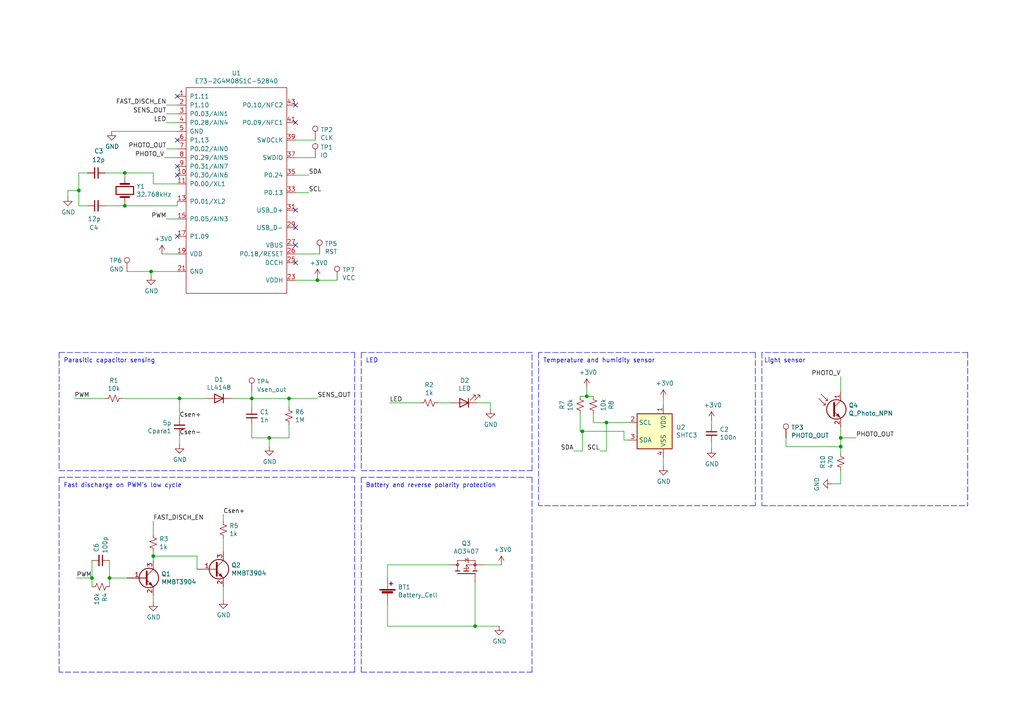
<source format=kicad_sch>
(kicad_sch (version 20211123) (generator eeschema)
  (paper "A4")
  (title_block (title "b-parasite") (date "2021-09-12") (rev "1.2.0") (comment 1 "rbaron.net"))
  (lib_symbols
    (symbol "AO3407A:AO3407A" (pin_numbers hide) (pin_names (offset 1.016) hide)
      (property "Reference" "Q" (at -8.636 5.08 0))
      (property "Value" "AO3407A" (at -8.89 -6.35 0))
      (symbol "AO3407A_0_0"
        (polyline (pts (xy 0 -2.54) (xy 0 2.54)) (stroke (width 0.254)))
        (polyline (pts (xy 0.762 -3.175) (xy 0.762 -2.54)) (stroke (width 0.254)))
        (polyline (pts (xy 0.762 -2.54) (xy 0.762 -1.905)) (stroke (width 0.254)))
        (polyline (pts (xy 0.762 -2.54) (xy 3.81 -2.54)) (stroke (width 0.1524)))
        (polyline (pts (xy 0.762 -0.762) (xy 0.762 0)) (stroke (width 0.254)))
        (polyline (pts (xy 0.762 0) (xy 0.762 0.762)) (stroke (width 0.254)))
        (polyline (pts (xy 0.762 0) (xy 2.54 0)) (stroke (width 0.1524)))
        (polyline (pts (xy 0.762 1.905) (xy 0.762 2.54)) (stroke (width 0.254)))
        (polyline (pts (xy 0.762 2.54) (xy 0.762 3.175)) (stroke (width 0.254)))
        (polyline (pts (xy 2.54 0) (xy 2.54 2.54)) (stroke (width 0.1524)))
        (polyline (pts (xy 2.54 2.54) (xy 0.762 2.54)) (stroke (width 0.1524)))
        (polyline (pts (xy 2.54 2.54) (xy 3.81 2.54)) (stroke (width 0.1524)))
        (polyline (pts (xy 3.048 0.762) (xy 3.302 0.508)) (stroke (width 0.1524)))
        (polyline (pts (xy 3.302 0.508) (xy 3.81 0.508)) (stroke (width 0.1524)))
        (polyline (pts (xy 3.81 -2.54) (xy 3.81 0.508)) (stroke (width 0.1524)))
        (polyline (pts (xy 3.81 0.508) (xy 3.81 2.54)) (stroke (width 0.1524)))
        (polyline (pts (xy 3.81 0.508) (xy 4.318 0.508)) (stroke (width 0.1524)))
        (polyline (pts (xy 4.318 0.508) (xy 4.572 0.254)) (stroke (width 0.1524)))
        (polyline (pts (xy 2.54 0) (xy 1.524 0.762) (xy 1.524 -0.762)) (stroke (width 0.1524)) (fill (type background)))
        (polyline (pts (xy 3.81 0.508) (xy 4.318 -0.254) (xy 3.302 -0.254)) (stroke (width 0.1524)) (fill (type background)))
        (circle (center 2.54 -2.54) (radius 0.3556))
        (circle (center 2.54 2.54) (radius 0.3556))
        (pin passive line (at -2.54 2.54 0) (length 2.54) (name "~") (number "1"))
        (pin passive line (at 2.54 5.08 270) (length 2.54) (name "~") (number "2"))
        (pin passive line (at 2.54 -5.08 90) (length 2.54) (name "~") (number "3"))
      )
    )
    (symbol "Connector:TestPoint" (pin_numbers hide) (pin_names (offset 0.762) hide)
      (property "Reference" "TP" (at 0 6.858 0))
      (property "Value" "TestPoint" (at 0 5.08 0))
      (symbol "TestPoint_0_1"
        (circle (center 0 3.302) (radius 0.762))
      )
      (symbol "TestPoint_1_1"
        (pin passive line (at 0 0 90) (length 2.54) (name "1") (number "1"))
      )
    )
    (symbol "Device:Battery_Cell" (pin_numbers hide) (pin_names (offset 0) hide)
      (property "Reference" "BT" (at 2.54 2.54 0))
      (property "Value" "Battery_Cell" (at 2.54 0 0))
      (symbol "Battery_Cell_0_1"
        (rectangle (start -2.286 1.778) (end 2.286 1.524) (fill (type outline)))
        (rectangle (start -1.5748 1.1938) (end 1.4732 0.6858) (fill (type outline)))
        (polyline (pts (xy 0 0.762) (xy 0 0)))
        (polyline (pts (xy 0 1.778) (xy 0 2.54)))
        (polyline (pts (xy 0.508 3.429) (xy 1.524 3.429)) (stroke (width 0.254)))
        (polyline (pts (xy 1.016 3.937) (xy 1.016 2.921)) (stroke (width 0.254)))
      )
      (symbol "Battery_Cell_1_1"
        (pin passive line (at 0 5.08 270) (length 2.54) (name "+") (number "1"))
        (pin passive line (at 0 -2.54 90) (length 2.54) (name "-") (number "2"))
      )
    )
    (symbol "Device:C_Small" (pin_numbers hide) (pin_names (offset 0.254) hide)
      (property "Reference" "C" (at 0.254 1.778 0))
      (property "Value" "C_Small" (at 0.254 -2.032 0))
      (symbol "C_Small_0_1"
        (polyline (pts (xy -1.524 -0.508) (xy 1.524 -0.508)) (stroke (width 0.3302)))
        (polyline (pts (xy -1.524 0.508) (xy 1.524 0.508)) (stroke (width 0.3048)))
      )
      (symbol "C_Small_1_1"
        (pin passive line (at 0 2.54 270) (length 2.032) (name "~") (number "1"))
        (pin passive line (at 0 -2.54 90) (length 2.032) (name "~") (number "2"))
      )
    )
    (symbol "Device:Crystal" (pin_numbers hide) (pin_names (offset 1.016) hide)
      (property "Reference" "Y" (at 0 3.81 0))
      (property "Value" "Crystal" (at 0 -3.81 0))
      (symbol "Crystal_0_1"
        (rectangle (start -1.143 2.54) (end 1.143 -2.54) (stroke (width 0.3048)))
        (polyline (pts (xy -2.54 0) (xy -1.905 0)))
        (polyline (pts (xy -1.905 -1.27) (xy -1.905 1.27)) (stroke (width 0.508)))
        (polyline (pts (xy 1.905 -1.27) (xy 1.905 1.27)) (stroke (width 0.508)))
        (polyline (pts (xy 2.54 0) (xy 1.905 0)))
      )
      (symbol "Crystal_1_1"
        (pin passive line (at -3.81 0 0) (length 1.27) (name "1") (number "1"))
        (pin passive line (at 3.81 0 180) (length 1.27) (name "2") (number "2"))
      )
    )
    (symbol "Device:LED" (pin_numbers hide) (pin_names (offset 1.016) hide)
      (property "Reference" "D" (at 0 2.54 0))
      (property "Value" "LED" (at 0 -2.54 0))
      (symbol "LED_0_1"
        (polyline (pts (xy -1.27 -1.27) (xy -1.27 1.27)) (stroke (width 0.254)))
        (polyline (pts (xy -1.27 0) (xy 1.27 0)))
        (polyline (pts (xy 1.27 -1.27) (xy 1.27 1.27) (xy -1.27 0) (xy 1.27 -1.27)) (stroke (width 0.254)))
        (polyline (pts (xy -3.048 -0.762) (xy -4.572 -2.286) (xy -3.81 -2.286) (xy -4.572 -2.286) (xy -4.572 -1.524)))
        (polyline (pts (xy -1.778 -0.762) (xy -3.302 -2.286) (xy -2.54 -2.286) (xy -3.302 -2.286) (xy -3.302 -1.524)))
      )
      (symbol "LED_1_1"
        (pin passive line (at -3.81 0 0) (length 2.54) (name "K") (number "1"))
        (pin passive line (at 3.81 0 180) (length 2.54) (name "A") (number "2"))
      )
    )
    (symbol "Device:Q_Photo_NPN" (pin_names (offset 0) hide)
      (property "Reference" "Q" (at 5.08 1.27 0))
      (property "Value" "Q_Photo_NPN" (at 5.08 -1.27 0))
      (symbol "Q_Photo_NPN_0_1"
        (polyline (pts (xy -1.905 1.27) (xy -2.54 1.27)))
        (polyline (pts (xy -1.27 2.54) (xy -1.905 2.54)))
        (polyline (pts (xy 0.635 0.635) (xy 2.54 2.54)))
        (polyline (pts (xy -3.81 3.175) (xy -1.905 1.27) (xy -1.905 1.905)))
        (polyline (pts (xy -3.175 4.445) (xy -1.27 2.54) (xy -1.27 3.175)))
        (polyline (pts (xy 0.635 -0.635) (xy 2.54 -2.54) (xy 2.54 -2.54)))
        (polyline (pts (xy 0.635 1.905) (xy 0.635 -1.905) (xy 0.635 -1.905)) (stroke (width 0.508)))
        (polyline (pts (xy 1.27 -1.778) (xy 1.778 -1.27) (xy 2.286 -2.286) (xy 1.27 -1.778) (xy 1.27 -1.778)) (fill (type outline)))
        (circle (center 1.27 0) (radius 2.8194) (stroke (width 0.254)))
      )
      (symbol "Q_Photo_NPN_1_1"
        (pin passive line (at 2.54 5.08 270) (length 2.54) (name "C") (number "1"))
        (pin passive line (at 2.54 -5.08 90) (length 2.54) (name "E") (number "2"))
      )
    )
    (symbol "Device:R_Small_US" (pin_numbers hide) (pin_names (offset 0.254) hide)
      (property "Reference" "R" (at 0.762 0.508 0))
      (property "Value" "R_Small_US" (at 0.762 -1.016 0))
      (symbol "R_Small_US_1_1"
        (polyline (pts (xy 0 0) (xy 1.016 -0.381) (xy 0 -0.762) (xy -1.016 -1.143) (xy 0 -1.524)))
        (polyline (pts (xy 0 1.524) (xy 1.016 1.143) (xy 0 0.762) (xy -1.016 0.381) (xy 0 0)))
        (pin passive line (at 0 2.54 270) (length 1.016) (name "~") (number "1"))
        (pin passive line (at 0 -2.54 90) (length 1.016) (name "~") (number "2"))
      )
    )
    (symbol "Diode:LL4148" (pin_numbers hide) (pin_names (offset 1.016) hide)
      (property "Reference" "D" (at 0 2.54 0))
      (property "Value" "LL4148" (at 0 -2.54 0))
      (symbol "LL4148_0_1"
        (polyline (pts (xy -1.27 1.27) (xy -1.27 -1.27)) (stroke (width 0.254)))
        (polyline (pts (xy 1.27 0) (xy -1.27 0)))
        (polyline (pts (xy 1.27 1.27) (xy 1.27 -1.27) (xy -1.27 0) (xy 1.27 1.27)) (stroke (width 0.254)))
      )
      (symbol "LL4148_1_1"
        (pin passive line (at -3.81 0 0) (length 2.54) (name "K") (number "1"))
        (pin passive line (at 3.81 0 180) (length 2.54) (name "A") (number "2"))
      )
    )
    (symbol "Sensor_Humidity:SHTC3"
      (property "Reference" "U" (at -3.81 6.35 0))
      (property "Value" "SHTC3" (at -2.54 -6.35 0))
      (symbol "SHTC3_1_1"
        (rectangle (start -5.08 5.08) (end 5.08 -5.08) (stroke (width 0.254)) (fill (type background)))
        (pin power_in line (at 2.54 7.62 270) (length 2.54) (name "VDD") (number "1"))
        (pin input line (at -7.62 2.54 0) (length 2.54) (name "SCL") (number "2"))
        (pin bidirectional line (at -7.62 -2.54 0) (length 2.54) (name "SDA") (number "3"))
        (pin power_in line (at 2.54 -7.62 90) (length 2.54) (name "VSS") (number "4"))
        (pin no_connect line (at 5.08 0 180) (length 2.54) hide (name "NC") (number "5"))
      )
    )
    (symbol "Transistor_BJT:MMBT3904" (pin_names (offset 0) hide)
      (property "Reference" "Q" (at 5.08 1.905 0))
      (property "Value" "MMBT3904" (at 5.08 0 0))
      (symbol "MMBT3904_0_1"
        (polyline (pts (xy 0.635 0.635) (xy 2.54 2.54)))
        (polyline (pts (xy 0.635 -0.635) (xy 2.54 -2.54) (xy 2.54 -2.54)))
        (polyline (pts (xy 0.635 1.905) (xy 0.635 -1.905) (xy 0.635 -1.905)) (stroke (width 0.508)))
        (polyline (pts (xy 1.27 -1.778) (xy 1.778 -1.27) (xy 2.286 -2.286) (xy 1.27 -1.778) (xy 1.27 -1.778)) (fill (type outline)))
        (circle (center 1.27 0) (radius 2.8194) (stroke (width 0.254)))
      )
      (symbol "MMBT3904_1_1"
        (pin input line (at -5.08 0 0) (length 5.715) (name "B") (number "1"))
        (pin passive line (at 2.54 -5.08 90) (length 2.54) (name "E") (number "2"))
        (pin passive line (at 2.54 5.08 270) (length 2.54) (name "C") (number "3"))
      )
    )
    (symbol "nrfmicro:E73-2G4M08S1C-52840" (pin_names (offset 1.016))
      (property "Reference" "U" (at 0 29.21 0))
      (property "Value" "E73-2G4M08S1C-52840" (at 0 -27.94 0))
      (symbol "E73-2G4M08S1C-52840_0_1"
        (rectangle (start -15.24 30.48) (end 13.97 -29.21))
      )
      (symbol "E73-2G4M08S1C-52840_1_1"
        (pin input line (at -17.78 27.94 0) (length 2.54) (name "P1.11") (number "1"))
        (pin input line (at -17.78 5.08 0) (length 2.54) (name "P0.30/AIN6") (number "10"))
        (pin input line (at -17.78 2.54 0) (length 2.54) (name "P0.00/XL1") (number "11"))
        (pin input line (at -17.78 -2.54 0) (length 2.54) (name "P0.01/XL2") (number "13"))
        (pin input line (at -17.78 -7.62 0) (length 2.54) (name "P0.05/AIN3") (number "15"))
        (pin input line (at -17.78 -12.7 0) (length 2.54) (name "P1.09") (number "17"))
        (pin power_in line (at -17.78 -17.78 0) (length 2.54) (name "VDD") (number "19"))
        (pin input line (at -17.78 25.4 0) (length 2.54) (name "P1.10") (number "2"))
        (pin power_in line (at -17.78 -22.86 0) (length 2.54) (name "GND") (number "21"))
        (pin power_in line (at 16.51 -25.4 180) (length 2.54) (name "VDDH") (number "23"))
        (pin power_out line (at 16.51 -20.32 180) (length 2.54) (name "DCCH") (number "25"))
        (pin input line (at 16.51 -17.78 180) (length 2.54) (name "P0.18/RESET") (number "26"))
        (pin power_in line (at 16.51 -15.24 180) (length 2.54) (name "VBUS") (number "27"))
        (pin input line (at 16.51 -10.16 180) (length 2.54) (name "USB_D-") (number "29"))
        (pin input line (at -17.78 22.86 0) (length 2.54) (name "P0.03/AIN1") (number "3"))
        (pin input line (at 16.51 -5.08 180) (length 2.54) (name "USB_D+") (number "31"))
        (pin input line (at 16.51 0 180) (length 2.54) (name "P0.13") (number "33"))
        (pin input line (at 16.51 5.08 180) (length 2.54) (name "P0.24") (number "35"))
        (pin input line (at 16.51 10.16 180) (length 2.54) (name "SWDIO") (number "37"))
        (pin input line (at 16.51 15.24 180) (length 2.54) (name "SWDCLK") (number "39"))
        (pin input line (at -17.78 20.32 0) (length 2.54) (name "P0.28/AIN4") (number "4"))
        (pin input line (at 16.51 20.32 180) (length 2.54) (name "P0.09/NFC1") (number "41"))
        (pin input line (at 16.51 25.4 180) (length 2.54) (name "P0.10/NFC2") (number "43"))
        (pin power_in line (at -17.78 17.78 0) (length 2.54) (name "GND") (number "5"))
        (pin input line (at -17.78 15.24 0) (length 2.54) (name "P1.13") (number "6"))
        (pin input line (at -17.78 12.7 0) (length 2.54) (name "P0.02/AIN0") (number "7"))
        (pin input line (at -17.78 10.16 0) (length 2.54) (name "P0.29/AIN5") (number "8"))
        (pin input line (at -17.78 7.62 0) (length 2.54) (name "P0.31/AIN7") (number "9"))
      )
    )
    (symbol "power:+3V0" (power) (pin_names (offset 0))
      (property "Value" "+3V0" (at 0 3.556 0))
      (symbol "+3V0_0_1"
        (polyline (pts (xy -0.762 1.27) (xy 0 2.54)))
        (polyline (pts (xy 0 0) (xy 0 2.54)))
        (polyline (pts (xy 0 2.54) (xy 0.762 1.27)))
      )
      (symbol "+3V0_1_1"
        (pin power_in line (at 0 0 90) (length 0) hide (name "+3V0") (number "1"))
      )
    )
    (symbol "power:GND" (power) (pin_names (offset 0))
      (property "Value" "GND" (at 0 -3.81 0))
      (symbol "GND_0_1"
        (polyline (pts (xy 0 0) (xy 0 -1.27) (xy 1.27 -1.27) (xy 0 -2.54) (xy -1.27 -1.27) (xy 0 -1.27)))
      )
      (symbol "GND_1_1"
        (pin power_in line (at 0 0 270) (length 0) hide (name "GND") (number "1"))
      )
    )
  )
  (junction (at 36.195 59.69))
  (junction (at 137.795 181.61))
  (junction (at 26.67 167.64))
  (junction (at 83.82 115.57))
  (junction (at 92.075 81.28))
  (junction (at 170.18 114.935))
  (junction (at 52.07 115.57))
  (junction (at 73.025 115.57))
  (junction (at 31.75 167.64))
  (junction (at 168.91 125.095))
  (junction (at 44.45 161.29))
  (junction (at 43.815 78.74))
  (junction (at 36.195 50.165))
  (junction (at 243.84 129.54))
  (junction (at 22.86 55.245))
  (junction (at 175.895 122.555))
  (junction (at 78.105 127))
  (junction (at 243.84 127))
  (no_connect (at 85.725 35.56))
  (no_connect (at 51.435 40.64))
  (no_connect (at 51.435 48.26))
  (no_connect (at 51.435 27.94))
  (no_connect (at 51.435 50.8))
  (no_connect (at 85.725 30.48))
  (no_connect (at 85.725 66.04))
  (no_connect (at 51.435 68.58))
  (no_connect (at 85.725 71.12))
  (no_connect (at 85.725 76.2))
  (no_connect (at 85.725 60.96))
  (wire (pts (xy 48.26 63.5) (xy 51.435 63.5)))
  (polyline (pts (xy 104.775 138.43) (xy 104.775 194.945)))
  (wire (pts (xy 89.535 50.8) (xy 85.725 50.8)))
  (wire (pts (xy 73.025 118.11) (xy 73.025 115.57)))
  (wire (pts (xy 36.195 59.69) (xy 51.435 59.69)))
  (polyline (pts (xy 17.145 102.235) (xy 102.87 102.235)))
  (wire (pts (xy 44.45 161.29) (xy 57.15 161.29)))
  (polyline (pts (xy 102.87 194.945) (xy 17.145 194.945)))
  (wire (pts (xy 140.335 163.83) (xy 145.415 163.83)))
  (wire (pts (xy 168.275 125.095) (xy 168.275 120.015)))
  (wire (pts (xy 44.45 161.29) (xy 44.45 162.56)))
  (polyline (pts (xy 219.075 102.235) (xy 156.21 102.235)))
  (wire (pts (xy 22.86 55.245) (xy 19.685 55.245)))
  (wire (pts (xy 92.075 80.645) (xy 92.075 81.28)))
  (wire (pts (xy 172.085 122.555) (xy 172.085 120.015)))
  (polyline (pts (xy 102.87 138.43) (xy 102.87 194.945)))
  (wire (pts (xy 168.275 114.935) (xy 170.18 114.935)))
  (wire (pts (xy 85.725 55.88) (xy 89.535 55.88)))
  (wire (pts (xy 48.26 30.48) (xy 51.435 30.48)))
  (polyline (pts (xy 219.075 102.235) (xy 219.075 146.685)))
  (wire (pts (xy 243.84 123.825) (xy 243.84 127)))
  (polyline (pts (xy 154.305 194.945) (xy 154.305 138.43)))
  (wire (pts (xy 44.45 151.13) (xy 44.45 154.94)))
  (polyline (pts (xy 154.305 136.525) (xy 154.305 102.235)))
  (wire (pts (xy 85.725 40.64) (xy 91.44 40.64)))
  (wire (pts (xy 31.75 170.18) (xy 31.75 167.64)))
  (wire (pts (xy 35.56 115.57) (xy 52.07 115.57)))
  (wire (pts (xy 52.07 115.57) (xy 59.69 115.57)))
  (wire (pts (xy 32.385 38.1) (xy 51.435 38.1)))
  (wire (pts (xy 112.395 163.83) (xy 130.175 163.83)))
  (wire (pts (xy 192.405 115.57) (xy 192.405 117.475)))
  (wire (pts (xy 73.025 113.665) (xy 73.025 115.57)))
  (wire (pts (xy 170.18 114.935) (xy 170.18 112.395)))
  (wire (pts (xy 113.03 116.84) (xy 121.92 116.84)))
  (wire (pts (xy 170.18 114.935) (xy 172.085 114.935)))
  (wire (pts (xy 243.84 109.22) (xy 243.84 113.665)))
  (wire (pts (xy 168.91 130.81) (xy 168.91 125.095)))
  (wire (pts (xy 73.025 123.19) (xy 73.025 127)))
  (polyline (pts (xy 17.145 102.235) (xy 17.145 136.525)))
  (wire (pts (xy 168.91 125.095) (xy 168.275 125.095)))
  (wire (pts (xy 112.395 167.64) (xy 112.395 163.83)))
  (wire (pts (xy 51.435 59.69) (xy 51.435 58.42)))
  (wire (pts (xy 52.07 115.57) (xy 52.07 121.285)))
  (wire (pts (xy 78.105 127) (xy 73.025 127)))
  (wire (pts (xy 36.195 59.055) (xy 36.195 59.69)))
  (wire (pts (xy 46.99 73.66) (xy 51.435 73.66)))
  (wire (pts (xy 36.83 167.64) (xy 31.75 167.64)))
  (wire (pts (xy 192.405 132.715) (xy 192.405 135.255)))
  (wire (pts (xy 51.435 43.18) (xy 48.26 43.18)))
  (wire (pts (xy 248.285 127) (xy 243.84 127)))
  (wire (pts (xy 127 116.84) (xy 130.81 116.84)))
  (polyline (pts (xy 17.145 194.945) (xy 17.145 138.43)))
  (wire (pts (xy 36.83 78.74) (xy 43.815 78.74)))
  (wire (pts (xy 22.86 50.165) (xy 22.86 55.245)))
  (wire (pts (xy 26.67 162.56) (xy 26.67 167.64)))
  (wire (pts (xy 175.895 122.555) (xy 182.245 122.555)))
  (wire (pts (xy 31.75 162.56) (xy 31.75 167.64)))
  (wire (pts (xy 64.77 160.02) (xy 64.77 156.21)))
  (wire (pts (xy 85.725 45.72) (xy 91.44 45.72)))
  (wire (pts (xy 137.795 181.61) (xy 144.78 181.61)))
  (wire (pts (xy 51.435 53.34) (xy 44.45 53.34)))
  (wire (pts (xy 83.82 115.57) (xy 83.82 118.11)))
  (wire (pts (xy 64.77 149.225) (xy 64.77 151.13)))
  (wire (pts (xy 44.45 50.165) (xy 36.195 50.165)))
  (wire (pts (xy 36.195 50.165) (xy 36.195 51.435)))
  (wire (pts (xy 21.59 115.57) (xy 30.48 115.57)))
  (wire (pts (xy 22.86 55.245) (xy 22.86 59.69)))
  (wire (pts (xy 47.625 45.72) (xy 51.435 45.72)))
  (wire (pts (xy 180.975 125.095) (xy 168.91 125.095)))
  (wire (pts (xy 83.82 115.57) (xy 92.075 115.57)))
  (polyline (pts (xy 280.67 102.235) (xy 220.98 102.235)))
  (wire (pts (xy 137.795 181.61) (xy 137.795 168.91)))
  (polyline (pts (xy 220.98 146.685) (xy 280.67 146.685)))
  (wire (pts (xy 180.975 125.095) (xy 180.975 127.635)))
  (wire (pts (xy 83.82 127) (xy 78.105 127)))
  (wire (pts (xy 78.105 127) (xy 78.105 129.54)))
  (polyline (pts (xy 154.305 138.43) (xy 104.775 138.43)))
  (wire (pts (xy 30.48 50.165) (xy 36.195 50.165)))
  (wire (pts (xy 206.375 123.19) (xy 206.375 121.92)))
  (polyline (pts (xy 104.775 136.525) (xy 154.305 136.525)))
  (wire (pts (xy 26.67 167.64) (xy 22.225 167.64)))
  (wire (pts (xy 51.435 78.74) (xy 43.815 78.74)))
  (polyline (pts (xy 104.775 194.945) (xy 154.305 194.945)))
  (polyline (pts (xy 17.145 136.525) (xy 102.87 136.525)))
  (polyline (pts (xy 102.87 102.235) (xy 102.87 136.525)))
  (wire (pts (xy 241.3 140.335) (xy 243.84 140.335)))
  (wire (pts (xy 243.84 136.525) (xy 243.84 140.335)))
  (polyline (pts (xy 104.775 102.235) (xy 104.775 136.525)))
  (wire (pts (xy 48.26 33.02) (xy 51.435 33.02)))
  (wire (pts (xy 30.48 59.69) (xy 36.195 59.69)))
  (wire (pts (xy 168.91 130.81) (xy 166.37 130.81)))
  (polyline (pts (xy 17.145 138.43) (xy 102.87 138.43)))
  (wire (pts (xy 57.15 161.29) (xy 57.15 165.1)))
  (wire (pts (xy 22.86 59.69) (xy 25.4 59.69)))
  (wire (pts (xy 172.085 122.555) (xy 175.895 122.555)))
  (wire (pts (xy 138.43 116.84) (xy 142.24 116.84)))
  (polyline (pts (xy 219.075 146.685) (xy 156.21 146.685)))
  (wire (pts (xy 44.45 160.02) (xy 44.45 161.29)))
  (wire (pts (xy 92.075 81.28) (xy 97.79 81.28)))
  (wire (pts (xy 26.67 167.64) (xy 26.67 170.18)))
  (polyline (pts (xy 156.21 102.235) (xy 156.21 146.685)))
  (wire (pts (xy 85.725 73.66) (xy 92.71 73.66)))
  (wire (pts (xy 227.965 129.54) (xy 227.965 127)))
  (wire (pts (xy 85.725 81.28) (xy 92.075 81.28)))
  (wire (pts (xy 83.82 127) (xy 83.82 123.19)))
  (wire (pts (xy 243.84 127) (xy 243.84 129.54)))
  (wire (pts (xy 64.77 170.18) (xy 64.77 173.99)))
  (wire (pts (xy 43.815 78.74) (xy 43.815 80.01)))
  (wire (pts (xy 243.84 129.54) (xy 243.84 131.445)))
  (wire (pts (xy 173.99 130.81) (xy 175.895 130.81)))
  (wire (pts (xy 44.45 172.72) (xy 44.45 174.625)))
  (wire (pts (xy 19.685 55.245) (xy 19.685 57.15)))
  (wire (pts (xy 44.45 53.34) (xy 44.45 50.165)))
  (wire (pts (xy 175.895 130.81) (xy 175.895 122.555)))
  (polyline (pts (xy 280.67 102.235) (xy 280.67 146.685)))
  (wire (pts (xy 180.975 127.635) (xy 182.245 127.635)))
  (wire (pts (xy 73.025 115.57) (xy 83.82 115.57)))
  (polyline (pts (xy 220.98 102.235) (xy 220.98 146.685)))
  (polyline (pts (xy 154.305 102.235) (xy 104.775 102.235)))
  (wire (pts (xy 227.965 129.54) (xy 243.84 129.54)))
  (wire (pts (xy 52.07 126.365) (xy 52.07 128.905)))
  (wire (pts (xy 206.375 128.27) (xy 206.375 130.175)))
  (wire (pts (xy 142.24 116.84) (xy 142.24 118.745)))
  (wire (pts (xy 67.31 115.57) (xy 73.025 115.57)))
  (wire (pts (xy 25.4 50.165) (xy 22.86 50.165)))
  (wire (pts (xy 48.26 35.56) (xy 51.435 35.56)))
  (wire (pts (xy 112.395 175.26) (xy 112.395 181.61)))
  (wire (pts (xy 112.395 181.61) (xy 137.795 181.61)))
  (text "Battery and reverse polarity protection" (at 106.045 141.605 0) (effects (font (size 1.27 1.27)) (justify left bottom)))
  (text "LED" (at 106.045 105.41 0) (effects (font (size 1.27 1.27)) (justify left bottom)))
  (text "Temperature and humidity sensor" (at 157.48 105.41 0) (effects (font (size 1.27 1.27)) (justify left bottom)))
  (text "Fast discharge on PWM’s low cycle" (at 18.415 141.605 0) (effects (font (size 1.27 1.27)) (justify left bottom)))
  (text "Light sensor" (at 221.615 105.41 0) (effects (font (size 1.27 1.27)) (justify left bottom)))
  (text "Parasitic capacitor sensing" (at 18.415 105.41 0) (effects (font (size 1.27 1.27)) (justify left bottom)))
  (label "PWM" (at 48.26 63.5 180))
  (label "SCL" (at 89.535 55.88 0))
  (label "SDA" (at 89.535 50.8 0))
  (label "LED" (at 48.26 35.56 180))
  (label "PWM" (at 21.59 115.57 0))
  (label "SENS_OUT" (at 48.26 33.02 180))
  (label "Csen+" (at 64.77 149.225 0))
  (label "Csen+" (at 52.07 121.285 0))
  (label "SDA" (at 166.37 130.81 180))
  (label "PHOTO_OUT" (at 248.285 127 0))
  (label "FAST_DISCH_EN" (at 48.26 30.48 180))
  (label "SCL" (at 173.99 130.81 180))
  (label "PHOTO_OUT" (at 48.26 43.18 180))
  (label "SENS_OUT" (at 92.075 115.57 0))
  (label "PHOTO_V" (at 243.84 109.22 180))
  (label "FAST_DISCH_EN" (at 44.45 151.13 0))
  (label "PHOTO_V" (at 47.625 45.72 180))
  (label "LED" (at 113.03 116.84 0))
  (label "Csen-" (at 52.07 126.365 0))
  (label "PWM" (at 22.225 167.64 0))
  (symbol (lib_id "Device:C_Small") (at 29.21 162.56 270) (unit 1)
    (property "Reference" "C6" (at 27.94 157.48 0) (effects (justify left)))
    (property "Value" "100p" (at 30.48 155.575 0) (effects (justify left)))
    (property "Footprint" "Capacitor_SMD:C_0603_1608Metric_Pad1.08x0.95mm_HandSolder" (effects hide))
    (property "LCSC" "C1546" (effects hide))
  )
  (symbol (lib_id "Device:R_Small_US") (at 33.02 115.57 90) (unit 1)
    (property "Reference" "R1" (at 33.02 110.363 90))
    (property "Value" "10k" (at 33.02 112.6744 90))
    (property "Footprint" "Resistor_SMD:R_0603_1608Metric_Pad0.98x0.95mm_HandSolder" (effects hide))
    (property "LCSC" "C25744" (effects hide))
  )
  (symbol (lib_id "power:GND") (at 52.07 128.905 0) (unit 1)
    (property "Reference" "#PWR0110" (effects hide))
    (property "Value" "GND" (at 52.197 133.2992 0))
  )
  (symbol (lib_id "Diode:LL4148") (at 63.5 115.57 180) (unit 1)
    (property "Reference" "D1" (at 63.5 110.0836 0))
    (property "Value" "LL4148" (at 63.5 112.395 0))
    (property "Footprint" "Diode_SMD:D_MiniMELF" (effects hide))
    (property "Datasheet" "http://www.vishay.com/docs/85557/ll4148.pdf" (effects hide))
    (property "LCSC" "C9808" (effects hide))
  )
  (symbol (lib_id "Device:C_Small") (at 73.025 120.65 0) (unit 1)
    (property "Reference" "C1" (at 75.3618 119.4816 0) (effects (justify left)))
    (property "Value" "1n" (at 75.3618 121.793 0) (effects (justify left)))
    (property "Footprint" "Capacitor_SMD:C_0603_1608Metric_Pad1.08x0.95mm_HandSolder" (effects hide))
    (property "LCSC" "C1523" (effects hide))
  )
  (symbol (lib_id "Device:R_Small_US") (at 83.82 120.65 0) (unit 1)
    (property "Reference" "R6" (at 85.5472 119.4816 0) (effects (justify left)))
    (property "Value" "1M" (at 85.5472 121.793 0) (effects (justify left)))
    (property "Footprint" "Resistor_SMD:R_0603_1608Metric_Pad0.98x0.95mm_HandSolder" (effects hide))
    (property "LCSC" "C26083" (effects hide))
  )
  (symbol (lib_id "power:GND") (at 78.105 129.54 0) (unit 1)
    (property "Reference" "#PWR0111" (effects hide))
    (property "Value" "GND" (at 78.232 133.9342 0))
  )
  (symbol (lib_id "Device:R_Small_US") (at 29.21 170.18 270) (unit 1)
    (property "Reference" "R4" (at 30.3784 171.9072 0) (effects (justify left)))
    (property "Value" "10k" (at 28.067 171.9072 0) (effects (justify left)))
    (property "Footprint" "Resistor_SMD:R_0603_1608Metric_Pad0.98x0.95mm_HandSolder" (effects hide))
    (property "LCSC" "C25744" (effects hide))
  )
  (symbol (lib_id "power:GND") (at 44.45 174.625 0) (unit 1)
    (property "Reference" "#PWR0114" (effects hide))
    (property "Value" "GND" (at 44.577 179.0192 0))
  )
  (symbol (lib_id "Device:R_Small_US") (at 44.45 157.48 0) (unit 1)
    (property "Reference" "R3" (at 46.1772 156.3116 0) (effects (justify left)))
    (property "Value" "1k" (at 46.1772 158.623 0) (effects (justify left)))
    (property "Footprint" "Resistor_SMD:R_0603_1608Metric_Pad0.98x0.95mm_HandSolder" (effects hide))
    (property "LCSC" "C11702" (effects hide))
  )
  (symbol (lib_id "Device:R_Small_US") (at 64.77 153.67 0) (unit 1)
    (property "Reference" "R5" (at 66.4972 152.5016 0) (effects (justify left)))
    (property "Value" "1k" (at 66.4972 154.813 0) (effects (justify left)))
    (property "Footprint" "Resistor_SMD:R_0603_1608Metric_Pad0.98x0.95mm_HandSolder" (effects hide))
    (property "LCSC" "C11702" (effects hide))
  )
  (symbol (lib_id "Connector:TestPoint") (at 73.025 113.665 0) (unit 1)
    (property "Reference" "TP4" (at 74.4982 110.6678 0) (effects (justify left)))
    (property "Value" "Vsen_out" (at 74.4982 112.9792 0) (effects (justify left)))
    (property "Footprint" "TestPoint:TestPoint_Pad_D1.0mm" (effects hide))
  )
  (symbol (lib_id "Device:C_Small") (at 52.07 123.825 180) (unit 1)
    (property "Reference" "Cpara1" (at 49.7332 124.9934 0) (effects (justify left)))
    (property "Value" "5p" (at 49.7332 122.682 0) (effects (justify left)))
    (property "Footprint" "Capacitor_SMD:C_0603_1608Metric_Pad1.08x0.95mm_HandSolder" (effects hide))
  )
  (symbol (lib_id "Transistor_BJT:MMBT3904") (at 41.91 167.64 0) (unit 1)
    (property "Reference" "Q1" (at 46.7614 166.4716 0) (effects (justify left)))
    (property "Value" "MMBT3904" (at 46.7614 168.783 0) (effects (justify left)))
    (property "Footprint" "Package_TO_SOT_SMD:SOT-23" (effects hide))
    (property "Datasheet" "https://www.fairchildsemi.com/datasheets/2N/2N3904.pdf" (effects hide))
    (property "LCSC" "C20526" (effects hide))
  )
  (symbol (lib_id "Transistor_BJT:MMBT3904") (at 62.23 165.1 0) (unit 1)
    (property "Reference" "Q2" (at 67.0814 163.9316 0) (effects (justify left)))
    (property "Value" "MMBT3904" (at 67.0814 166.243 0) (effects (justify left)))
    (property "Footprint" "Package_TO_SOT_SMD:SOT-23" (effects hide))
    (property "Datasheet" "https://www.fairchildsemi.com/datasheets/2N/2N3904.pdf" (effects hide))
    (property "LCSC" "C20526" (effects hide))
  )
  (symbol (lib_id "power:GND") (at 64.77 173.99 0) (unit 1)
    (property "Reference" "#PWR0116" (effects hide))
    (property "Value" "GND" (at 64.897 178.3842 0))
  )
  (symbol (lib_id "power:+3V0") (at 206.375 121.92 0) (unit 1)
    (property "Reference" "#PWR0106" (effects hide))
    (property "Value" "+3V0" (at 206.756 117.5258 0))
  )
  (symbol (lib_id "power:GND") (at 192.405 135.255 0) (unit 1)
    (property "Reference" "#PWR0107" (effects hide))
    (property "Value" "GND" (at 192.532 139.6492 0))
  )
  (symbol (lib_id "Connector:TestPoint") (at 91.44 40.64 0) (unit 1)
    (property "Reference" "TP2" (at 92.9132 37.6428 0) (effects (justify left)))
    (property "Value" "CLK" (at 92.9132 39.9542 0) (effects (justify left)))
    (property "Footprint" "TestPoint:TestPoint_Pad_D1.0mm" (effects hide))
  )
  (symbol (lib_id "Connector:TestPoint") (at 91.44 45.72 0) (unit 1)
    (property "Reference" "TP1" (at 92.9132 42.7228 0) (effects (justify left)))
    (property "Value" "IO" (at 92.9132 45.0342 0) (effects (justify left)))
    (property "Footprint" "TestPoint:TestPoint_Pad_D1.0mm" (effects hide))
  )
  (symbol (lib_id "power:GND") (at 43.815 80.01 0) (unit 1)
    (property "Reference" "#PWR0101" (effects hide))
    (property "Value" "GND" (at 43.942 84.4042 0))
  )
  (symbol (lib_id "Device:C_Small") (at 206.375 125.73 0) (unit 1)
    (property "Reference" "C2" (at 208.7118 124.5616 0) (effects (justify left)))
    (property "Value" "100n" (at 208.7118 126.873 0) (effects (justify left)))
    (property "Footprint" "Capacitor_SMD:C_0603_1608Metric_Pad1.08x0.95mm_HandSolder" (effects hide))
    (property "LCSC" "C1525" (effects hide))
  )
  (symbol (lib_id "power:GND") (at 206.375 130.175 0) (unit 1)
    (property "Reference" "#PWR0109" (effects hide))
    (property "Value" "GND" (at 206.502 134.5692 0))
  )
  (symbol (lib_id "Device:R_Small_US") (at 172.085 117.475 0) (unit 1)
    (property "Reference" "R8" (at 177.292 117.475 90))
    (property "Value" "10k" (at 174.9806 117.475 90))
    (property "Footprint" "Resistor_SMD:R_0603_1608Metric_Pad0.98x0.95mm_HandSolder" (effects hide))
    (property "LCSC" "C25744" (effects hide))
  )
  (symbol (lib_id "Device:R_Small_US") (at 168.275 117.475 180) (unit 1)
    (property "Reference" "R7" (at 163.068 117.475 90))
    (property "Value" "10k" (at 165.3794 117.475 90))
    (property "Footprint" "Resistor_SMD:R_0603_1608Metric_Pad0.98x0.95mm_HandSolder" (effects hide))
    (property "LCSC" "C25744" (effects hide))
  )
  (symbol (lib_id "power:+3V0") (at 46.99 73.66 0) (unit 1)
    (property "Reference" "#PWR0102" (effects hide))
    (property "Value" "+3V0" (at 47.371 69.2658 0))
  )
  (symbol (lib_id "power:+3V0") (at 170.18 112.395 0) (unit 1)
    (property "Reference" "#PWR0112" (effects hide))
    (property "Value" "+3V0" (at 170.561 108.0008 0))
  )
  (symbol (lib_id "Connector:TestPoint") (at 97.79 81.28 0) (unit 1)
    (property "Reference" "TP7" (at 99.2632 78.2828 0) (effects (justify left)))
    (property "Value" "VCC" (at 99.2632 80.5942 0) (effects (justify left)))
    (property "Footprint" "TestPoint:TestPoint_Pad_D1.0mm" (effects hide))
  )
  (symbol (lib_id "Connector:TestPoint") (at 36.83 78.74 0) (unit 1)
    (property "Reference" "TP6" (at 31.75 75.565 0) (effects (justify left)))
    (property "Value" "GND" (at 31.75 78.105 0) (effects (justify left)))
    (property "Footprint" "TestPoint:TestPoint_Pad_D1.0mm" (effects hide))
  )
  (symbol (lib_id "Device:R_Small_US") (at 124.46 116.84 90) (unit 1)
    (property "Reference" "R2" (at 124.46 111.633 90))
    (property "Value" "1k" (at 124.46 113.9444 90))
    (property "Footprint" "Resistor_SMD:R_0603_1608Metric_Pad0.98x0.95mm_HandSolder" (effects hide))
    (property "LCSC" "C11702" (effects hide))
  )
  (symbol (lib_id "Device:LED") (at 134.62 116.84 180) (unit 1)
    (property "Reference" "D2" (at 134.7978 110.363 0))
    (property "Value" "LED" (at 134.7978 112.6744 0))
    (property "Footprint" "LED_SMD:LED_0603_1608Metric" (effects hide))
    (property "LCSC" "C2286" (effects hide))
  )
  (symbol (lib_id "power:GND") (at 142.24 118.745 0) (unit 1)
    (property "Reference" "#PWR0103" (effects hide))
    (property "Value" "GND" (at 142.367 123.1392 0))
  )
  (symbol (lib_id "Device:Battery_Cell") (at 112.395 172.72 0) (unit 1)
    (property "Reference" "BT1" (at 115.3922 170.2816 0) (effects (justify left)))
    (property "Value" "Battery_Cell" (at 115.3922 172.593 0) (effects (justify left)))
    (property "Footprint" "kicad:BatteryHolder_Keystone_3002_1x2032" (effects hide))
  )
  (symbol (lib_id "power:GND") (at 144.78 181.61 0) (unit 1)
    (property "Reference" "#PWR0104" (effects hide))
    (property "Value" "GND" (at 144.907 186.0042 0))
  )
  (symbol (lib_id "power:+3V0") (at 145.415 163.83 0) (unit 1)
    (property "Reference" "#PWR0105" (effects hide))
    (property "Value" "+3V0" (at 145.796 159.4358 0))
  )
  (symbol (lib_id "Connector:TestPoint") (at 92.71 73.66 0) (unit 1)
    (property "Reference" "TP5" (at 94.1832 70.6628 0) (effects (justify left)))
    (property "Value" "RST" (at 94.1832 72.9742 0) (effects (justify left)))
    (property "Footprint" "TestPoint:TestPoint_Pad_D1.0mm" (effects hide))
  )
  (symbol (lib_id "nrfmicro:E73-2G4M08S1C-52840") (at 69.215 55.88 0) (unit 1)
    (property "Reference" "U1" (at 68.58 21.209 0))
    (property "Value" "E73-2G4M08S1C-52840" (at 68.58 23.5204 0))
    (property "Footprint" "nrfmicro:E73-2G4M08S1C-52840" (effects hide))
    (property "LCSC" "C356849" (effects hide))
  )
  (symbol (lib_id "AO3407A:AO3407A") (at 135.255 166.37 270) (mirror x) (unit 1)
    (property "Reference" "Q3" (at 135.255 157.607 90))
    (property "Value" "AO3407" (at 135.255 159.9184 90))
    (property "Footprint" "Package_TO_SOT_SMD:SOT-23" (effects hide))
    (property "LCSC" "C181093" (effects hide))
  )
  (symbol (lib_id "Device:Crystal") (at 36.195 55.245 270) (unit 1)
    (property "Reference" "Y1" (at 39.5224 54.0766 90) (effects (justify left)))
    (property "Value" "32.768kHz" (at 39.5224 56.388 90) (effects (justify left)))
    (property "Footprint" "Crystal:Crystal_SMD_3215-2Pin_3.2x1.5mm" (effects hide))
    (property "LCSC" "C32346" (effects hide))
  )
  (symbol (lib_id "Device:C_Small") (at 27.94 50.165 270) (unit 1)
    (property "Reference" "C3" (at 27.305 43.815 90) (effects (justify left)))
    (property "Value" "12p" (at 26.67 46.355 90) (effects (justify left)))
    (property "Footprint" "Capacitor_SMD:C_0603_1608Metric_Pad1.08x0.95mm_HandSolder" (effects hide))
    (property "LCSC" "C1547" (effects hide))
  )
  (symbol (lib_id "Device:C_Small") (at 27.94 59.69 90) (unit 1)
    (property "Reference" "C4" (at 28.575 66.04 90) (effects (justify left)))
    (property "Value" "12p" (at 29.21 63.5 90) (effects (justify left)))
    (property "Footprint" "Capacitor_SMD:C_0603_1608Metric_Pad1.08x0.95mm_HandSolder" (effects hide))
    (property "LCSC" "C1547" (effects hide))
  )
  (symbol (lib_id "power:GND") (at 19.685 57.15 0) (unit 1)
    (property "Reference" "#PWR0108" (effects hide))
    (property "Value" "GND" (at 19.812 61.5442 0))
  )
  (symbol (lib_id "power:+3V0") (at 92.075 80.645 0) (unit 1)
    (property "Reference" "#PWR0113" (effects hide))
    (property "Value" "+3V0" (at 92.456 76.2508 0))
  )
  (symbol (lib_id "power:GND") (at 32.385 38.1 0) (unit 1)
    (property "Reference" "#PWR0115" (effects hide))
    (property "Value" "GND" (at 32.512 42.4942 0))
  )
  (symbol (lib_id "Sensor_Humidity:SHTC3") (at 189.865 125.095 0) (unit 1)
    (property "Reference" "U2" (at 196.0626 123.9266 0) (effects (justify left)))
    (property "Value" "SHTC3" (at 196.0626 126.238 0) (effects (justify left)))
    (property "Footprint" "kicad:Sensirion_DFN-4-1EP_2x2mm_P1mm_EP0.7x1.6mm" (effects hide))
    (property "Datasheet" "https://www.sensirion.com/fileadmin/user_upload/customers/sensirion/Dokumente/0_Datasheets/Humidity/Sensirion_Humidity_Sensors_SHTC3_Datasheet.pdf" (effects hide))
    (property "LCSC" "C194656" (effects hide))
  )
  (symbol (lib_id "power:+3V0") (at 192.405 115.57 0) (unit 1)
    (property "Reference" "#PWR0117" (effects hide))
    (property "Value" "+3V0" (at 192.786 111.1758 0))
  )
  (symbol (lib_id "Device:R_Small_US") (at 243.84 133.985 180) (unit 1)
    (property "Reference" "R10" (at 238.633 133.985 90))
    (property "Value" "470" (at 240.9444 133.985 90))
    (property "Footprint" "Resistor_SMD:R_0603_1608Metric_Pad0.98x0.95mm_HandSolder" (effects hide))
    (property "LCSC" "C227095" (effects hide))
  )
  (symbol (lib_id "power:GND") (at 241.3 140.335 270) (unit 1)
    (property "Reference" "#PWR0119" (effects hide))
    (property "Value" "GND" (at 236.9058 140.462 0))
  )
  (symbol (lib_id "Device:Q_Photo_NPN") (at 241.3 118.745 0) (unit 1)
    (property "Reference" "Q4" (at 246.126 117.5766 0) (effects (justify left)))
    (property "Value" "Q_Photo_NPN" (at 246.126 119.888 0) (effects (justify left)))
    (property "Footprint" "snapeda:TR8" (effects hide))
    (property "Datasheet" "https://datasheet.lcsc.com/lcsc/1806131537_Everlight-Elec-ALS-PT19-315C-L177-TR8_C146233.pdf" (effects hide))
    (property "LCSC" "C146233" (effects hide))
  )
  (symbol (lib_id "Connector:TestPoint") (at 227.965 127 0) (unit 1)
    (property "Reference" "TP3" (at 229.4382 124.0028 0) (effects (justify left)))
    (property "Value" "PHOTO_OUT" (at 229.4382 126.3142 0) (effects (justify left)))
    (property "Footprint" "TestPoint:TestPoint_Pad_D1.0mm" (effects hide))
  )
)
</source>
